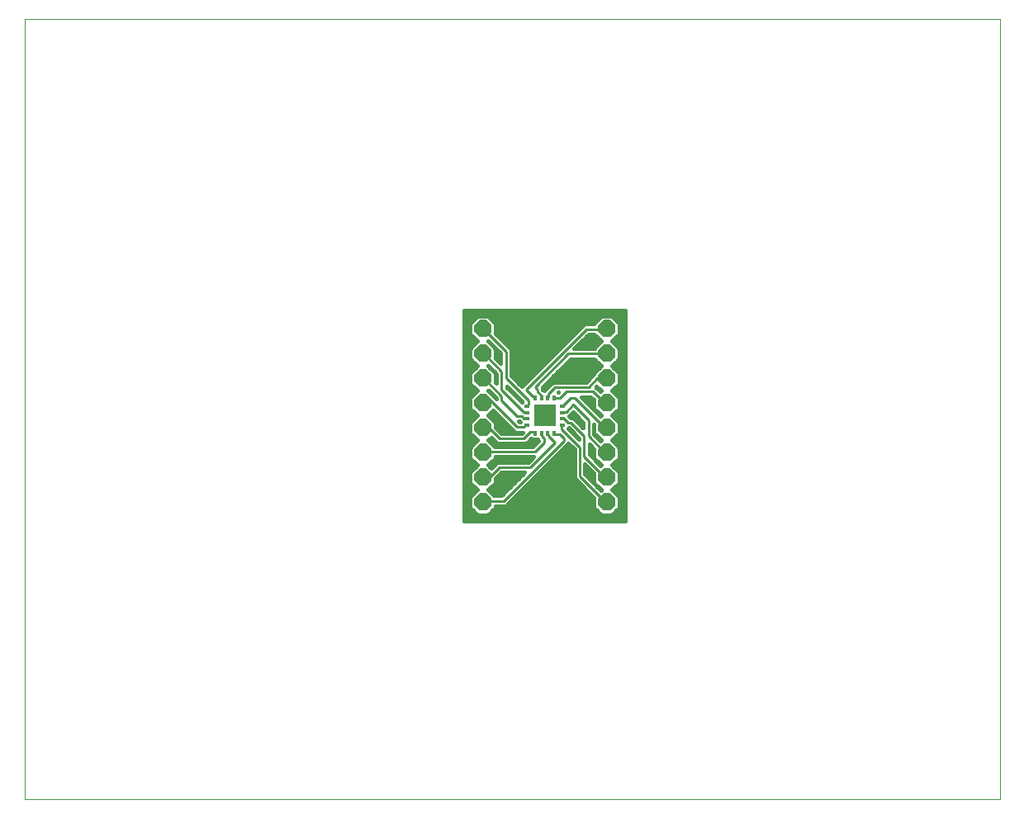
<source format=gtl>
G75*
%MOIN*%
%OFA0B0*%
%FSLAX25Y25*%
%IPPOS*%
%LPD*%
%AMOC8*
5,1,8,0,0,1.08239X$1,22.5*
%
%ADD10C,0.00000*%
%ADD11OC8,0.07000*%
%ADD12R,0.01969X0.01181*%
%ADD13R,0.08858X0.08858*%
%ADD14R,0.01181X0.01969*%
%ADD15C,0.01000*%
%ADD16C,0.01600*%
D10*
X0001000Y0001000D02*
X0001000Y0315961D01*
X0394701Y0315961D01*
X0394701Y0001000D01*
X0001000Y0001000D01*
D11*
X0186000Y0121000D03*
X0186000Y0131000D03*
X0186000Y0141000D03*
X0186000Y0151000D03*
X0186000Y0161000D03*
X0186000Y0171000D03*
X0186000Y0181000D03*
X0186000Y0191000D03*
X0236000Y0191000D03*
X0236000Y0181000D03*
X0236000Y0171000D03*
X0236000Y0161000D03*
X0236000Y0151000D03*
X0236000Y0141000D03*
X0236000Y0131000D03*
X0236000Y0121000D03*
D12*
X0218087Y0152161D03*
X0218087Y0154720D03*
X0218087Y0157280D03*
X0218087Y0159839D03*
X0203913Y0159839D03*
X0203913Y0157280D03*
X0203913Y0154720D03*
X0203913Y0152161D03*
D13*
X0211000Y0156000D03*
D14*
X0209720Y0163087D03*
X0207161Y0163087D03*
X0212280Y0163087D03*
X0214839Y0163087D03*
X0214839Y0148913D03*
X0212280Y0148913D03*
X0209720Y0148913D03*
X0207161Y0148913D03*
D15*
X0207100Y0149500D01*
X0205300Y0149500D01*
X0202600Y0146800D01*
X0192700Y0146800D01*
X0189100Y0150400D01*
X0186400Y0150400D01*
X0186000Y0151000D01*
X0186400Y0141400D02*
X0186000Y0141000D01*
X0186400Y0141400D02*
X0207100Y0141400D01*
X0210700Y0145000D01*
X0210700Y0146800D01*
X0209800Y0147700D01*
X0209800Y0148600D01*
X0209720Y0148913D01*
X0212280Y0148913D02*
X0212500Y0148600D01*
X0212500Y0147700D01*
X0215200Y0145000D01*
X0205300Y0135100D01*
X0192700Y0135100D01*
X0189100Y0131500D01*
X0186400Y0131500D01*
X0186000Y0131000D01*
X0186400Y0121600D02*
X0186000Y0121000D01*
X0186400Y0121600D02*
X0194500Y0121600D01*
X0218800Y0145900D01*
X0218800Y0146800D01*
X0217000Y0148600D01*
X0215200Y0148600D01*
X0214839Y0148913D01*
X0217900Y0150400D02*
X0225100Y0143200D01*
X0225100Y0131500D01*
X0235900Y0120700D01*
X0236000Y0121000D01*
X0235900Y0130600D02*
X0236000Y0131000D01*
X0235900Y0130600D02*
X0226900Y0139600D01*
X0226900Y0147700D01*
X0221500Y0153100D01*
X0220600Y0153100D01*
X0218800Y0154900D01*
X0218087Y0154720D01*
X0217900Y0152200D02*
X0218087Y0152161D01*
X0217900Y0152200D02*
X0217900Y0150400D01*
X0218087Y0157280D02*
X0218800Y0157600D01*
X0219700Y0157600D01*
X0222400Y0160300D01*
X0228700Y0154000D01*
X0228700Y0147700D01*
X0235900Y0140500D01*
X0236000Y0141000D01*
X0235900Y0150400D02*
X0236000Y0151000D01*
X0235900Y0150400D02*
X0223300Y0163000D01*
X0221500Y0163000D01*
X0218800Y0160300D01*
X0218087Y0159839D01*
X0217000Y0163000D02*
X0219700Y0165700D01*
X0230500Y0165700D01*
X0235900Y0160300D01*
X0236000Y0161000D01*
X0228700Y0167500D02*
X0232300Y0171100D01*
X0235900Y0171100D01*
X0236000Y0171000D01*
X0228700Y0167500D02*
X0215200Y0167500D01*
X0212500Y0164800D01*
X0212500Y0163900D01*
X0212280Y0163087D01*
X0214839Y0163087D02*
X0215200Y0163000D01*
X0217000Y0163000D01*
X0209800Y0163900D02*
X0209720Y0163087D01*
X0209800Y0163900D02*
X0208000Y0165700D01*
X0208000Y0166600D01*
X0207100Y0167500D01*
X0220600Y0181000D01*
X0236000Y0181000D01*
X0235900Y0190900D02*
X0227800Y0190900D01*
X0203500Y0166600D01*
X0206200Y0163900D01*
X0207100Y0163900D01*
X0207161Y0163087D01*
X0204400Y0162100D02*
X0204400Y0160300D01*
X0203913Y0159839D01*
X0203500Y0157600D02*
X0203913Y0157280D01*
X0203500Y0157600D02*
X0202600Y0157600D01*
X0193600Y0166600D01*
X0193600Y0173800D01*
X0186400Y0181000D01*
X0186000Y0181000D01*
X0195400Y0181900D02*
X0186400Y0190900D01*
X0186000Y0191000D01*
X0195400Y0181900D02*
X0195400Y0171100D01*
X0204400Y0162100D01*
X0201700Y0155800D02*
X0199900Y0155800D01*
X0193600Y0162100D01*
X0193600Y0163900D01*
X0186400Y0171100D01*
X0186000Y0171000D01*
X0187300Y0162100D02*
X0186400Y0161200D01*
X0186000Y0161000D01*
X0187300Y0162100D02*
X0189100Y0162100D01*
X0199900Y0151300D01*
X0202600Y0151300D01*
X0203500Y0152200D01*
X0203913Y0152161D01*
X0203913Y0154720D02*
X0203500Y0154900D01*
X0202600Y0154900D01*
X0201700Y0155800D01*
X0235900Y0190900D02*
X0236000Y0191000D01*
D16*
X0241100Y0191223D02*
X0243500Y0191223D01*
X0243500Y0192821D02*
X0241100Y0192821D01*
X0241100Y0193112D02*
X0238112Y0196100D01*
X0233888Y0196100D01*
X0230900Y0193112D01*
X0230900Y0193000D01*
X0226930Y0193000D01*
X0225700Y0191770D01*
X0201700Y0167770D01*
X0197500Y0171970D01*
X0197500Y0182770D01*
X0191100Y0189170D01*
X0191100Y0193112D01*
X0188112Y0196100D01*
X0183888Y0196100D01*
X0180900Y0193112D01*
X0180900Y0188888D01*
X0183788Y0186000D01*
X0180900Y0183112D01*
X0180900Y0178888D01*
X0183788Y0176000D01*
X0180900Y0173112D01*
X0180900Y0168888D01*
X0183788Y0166000D01*
X0180900Y0163112D01*
X0180900Y0158888D01*
X0183788Y0156000D01*
X0180900Y0153112D01*
X0180900Y0148888D01*
X0183788Y0146000D01*
X0180900Y0143112D01*
X0180900Y0138888D01*
X0183788Y0136000D01*
X0180900Y0133112D01*
X0180900Y0128888D01*
X0183788Y0126000D01*
X0180900Y0123112D01*
X0180900Y0118888D01*
X0183888Y0115900D01*
X0188112Y0115900D01*
X0191100Y0118888D01*
X0191100Y0119500D01*
X0195370Y0119500D01*
X0196600Y0120730D01*
X0220600Y0144730D01*
X0223000Y0142330D01*
X0223000Y0130630D01*
X0230900Y0122730D01*
X0230900Y0118888D01*
X0233888Y0115900D01*
X0238112Y0115900D01*
X0241100Y0118888D01*
X0241100Y0123112D01*
X0238212Y0126000D01*
X0241100Y0128888D01*
X0241100Y0133112D01*
X0238212Y0136000D01*
X0241100Y0138888D01*
X0241100Y0143112D01*
X0238212Y0146000D01*
X0241100Y0148888D01*
X0241100Y0153112D01*
X0238212Y0156000D01*
X0241100Y0158888D01*
X0241100Y0163112D01*
X0238212Y0166000D01*
X0241100Y0168888D01*
X0241100Y0173112D01*
X0238212Y0176000D01*
X0241100Y0178888D01*
X0241100Y0183112D01*
X0238212Y0186000D01*
X0241100Y0188888D01*
X0241100Y0193112D01*
X0239793Y0194420D02*
X0243500Y0194420D01*
X0243500Y0196018D02*
X0238194Y0196018D01*
X0233806Y0196018D02*
X0188194Y0196018D01*
X0189793Y0194420D02*
X0232207Y0194420D01*
X0226752Y0192821D02*
X0191100Y0192821D01*
X0191100Y0191223D02*
X0225153Y0191223D01*
X0223554Y0189624D02*
X0191100Y0189624D01*
X0192244Y0188026D02*
X0221956Y0188026D01*
X0220357Y0186427D02*
X0193843Y0186427D01*
X0195441Y0184829D02*
X0218759Y0184829D01*
X0217160Y0183230D02*
X0197040Y0183230D01*
X0197500Y0181632D02*
X0215562Y0181632D01*
X0213963Y0180033D02*
X0197500Y0180033D01*
X0197500Y0178435D02*
X0212365Y0178435D01*
X0210766Y0176836D02*
X0197500Y0176836D01*
X0197500Y0175238D02*
X0209168Y0175238D01*
X0207569Y0173639D02*
X0197500Y0173639D01*
X0197500Y0172041D02*
X0205971Y0172041D01*
X0204372Y0170442D02*
X0199028Y0170442D01*
X0200626Y0168844D02*
X0202774Y0168844D01*
X0197883Y0165647D02*
X0197523Y0165647D01*
X0196285Y0167245D02*
X0195925Y0167245D01*
X0195700Y0167470D02*
X0195700Y0167830D01*
X0201884Y0161646D01*
X0201704Y0161466D01*
X0195700Y0167470D01*
X0191500Y0168970D02*
X0191100Y0169370D01*
X0191100Y0173112D01*
X0188212Y0176000D01*
X0188321Y0176109D01*
X0191500Y0172930D01*
X0191500Y0168970D01*
X0191500Y0170442D02*
X0191100Y0170442D01*
X0191100Y0172041D02*
X0191500Y0172041D01*
X0190791Y0173639D02*
X0190573Y0173639D01*
X0189192Y0175238D02*
X0188975Y0175238D01*
X0191935Y0178435D02*
X0193300Y0178435D01*
X0193300Y0177070D02*
X0191100Y0179270D01*
X0191100Y0183112D01*
X0188212Y0186000D01*
X0188271Y0186059D01*
X0193300Y0181030D01*
X0193300Y0177070D01*
X0193300Y0180033D02*
X0191100Y0180033D01*
X0191100Y0181632D02*
X0192698Y0181632D01*
X0191100Y0183230D02*
X0190982Y0183230D01*
X0189501Y0184829D02*
X0189384Y0184829D01*
X0183360Y0186427D02*
X0178500Y0186427D01*
X0178500Y0184829D02*
X0182616Y0184829D01*
X0181018Y0183230D02*
X0178500Y0183230D01*
X0178500Y0181632D02*
X0180900Y0181632D01*
X0180900Y0180033D02*
X0178500Y0180033D01*
X0178500Y0178435D02*
X0181353Y0178435D01*
X0182951Y0176836D02*
X0178500Y0176836D01*
X0178500Y0175238D02*
X0183025Y0175238D01*
X0181427Y0173639D02*
X0178500Y0173639D01*
X0178500Y0172041D02*
X0180900Y0172041D01*
X0180900Y0170442D02*
X0178500Y0170442D01*
X0178500Y0168844D02*
X0180944Y0168844D01*
X0182542Y0167245D02*
X0178500Y0167245D01*
X0178500Y0165647D02*
X0183434Y0165647D01*
X0181836Y0164048D02*
X0178500Y0164048D01*
X0178500Y0162450D02*
X0180900Y0162450D01*
X0180900Y0160851D02*
X0178500Y0160851D01*
X0178500Y0159253D02*
X0180900Y0159253D01*
X0182133Y0157654D02*
X0178500Y0157654D01*
X0178500Y0156056D02*
X0183732Y0156056D01*
X0182245Y0154457D02*
X0178500Y0154457D01*
X0178500Y0152859D02*
X0180900Y0152859D01*
X0180900Y0151260D02*
X0178500Y0151260D01*
X0178500Y0149662D02*
X0180900Y0149662D01*
X0181724Y0148063D02*
X0178500Y0148063D01*
X0178500Y0146465D02*
X0183323Y0146465D01*
X0182654Y0144866D02*
X0178500Y0144866D01*
X0178500Y0143268D02*
X0181055Y0143268D01*
X0180900Y0141669D02*
X0178500Y0141669D01*
X0178500Y0140070D02*
X0180900Y0140070D01*
X0181316Y0138472D02*
X0178500Y0138472D01*
X0178500Y0136873D02*
X0182914Y0136873D01*
X0183062Y0135275D02*
X0178500Y0135275D01*
X0178500Y0133676D02*
X0181464Y0133676D01*
X0180900Y0132078D02*
X0178500Y0132078D01*
X0178500Y0130479D02*
X0180900Y0130479D01*
X0180907Y0128881D02*
X0178500Y0128881D01*
X0178500Y0127282D02*
X0182505Y0127282D01*
X0183471Y0125684D02*
X0178500Y0125684D01*
X0178500Y0124085D02*
X0181873Y0124085D01*
X0180900Y0122487D02*
X0178500Y0122487D01*
X0178500Y0120888D02*
X0180900Y0120888D01*
X0180900Y0119290D02*
X0178500Y0119290D01*
X0178500Y0117691D02*
X0182096Y0117691D01*
X0183695Y0116093D02*
X0178500Y0116093D01*
X0178500Y0114494D02*
X0243500Y0114494D01*
X0243500Y0113500D02*
X0178500Y0113500D01*
X0178500Y0198500D01*
X0243500Y0198500D01*
X0243500Y0113500D01*
X0243500Y0116093D02*
X0238305Y0116093D01*
X0239904Y0117691D02*
X0243500Y0117691D01*
X0243500Y0119290D02*
X0241100Y0119290D01*
X0241100Y0120888D02*
X0243500Y0120888D01*
X0243500Y0122487D02*
X0241100Y0122487D01*
X0240127Y0124085D02*
X0243500Y0124085D01*
X0243500Y0125684D02*
X0238529Y0125684D01*
X0239495Y0127282D02*
X0243500Y0127282D01*
X0243500Y0128881D02*
X0241093Y0128881D01*
X0241100Y0130479D02*
X0243500Y0130479D01*
X0243500Y0132078D02*
X0241100Y0132078D01*
X0240536Y0133676D02*
X0243500Y0133676D01*
X0243500Y0135275D02*
X0238938Y0135275D01*
X0239086Y0136873D02*
X0243500Y0136873D01*
X0243500Y0138472D02*
X0240684Y0138472D01*
X0241100Y0140070D02*
X0243500Y0140070D01*
X0243500Y0141669D02*
X0241100Y0141669D01*
X0240945Y0143268D02*
X0243500Y0143268D01*
X0243500Y0144866D02*
X0239346Y0144866D01*
X0238677Y0146465D02*
X0243500Y0146465D01*
X0243500Y0148063D02*
X0240276Y0148063D01*
X0241100Y0149662D02*
X0243500Y0149662D01*
X0243500Y0151260D02*
X0241100Y0151260D01*
X0241100Y0152859D02*
X0243500Y0152859D01*
X0243500Y0154457D02*
X0239755Y0154457D01*
X0238268Y0156056D02*
X0243500Y0156056D01*
X0243500Y0157654D02*
X0239867Y0157654D01*
X0241100Y0159253D02*
X0243500Y0159253D01*
X0243500Y0160851D02*
X0241100Y0160851D01*
X0241100Y0162450D02*
X0243500Y0162450D01*
X0243500Y0164048D02*
X0240164Y0164048D01*
X0238566Y0165647D02*
X0243500Y0165647D01*
X0243500Y0167245D02*
X0239458Y0167245D01*
X0241056Y0168844D02*
X0243500Y0168844D01*
X0243500Y0170442D02*
X0241100Y0170442D01*
X0241100Y0172041D02*
X0243500Y0172041D01*
X0243500Y0173639D02*
X0240573Y0173639D01*
X0238975Y0175238D02*
X0243500Y0175238D01*
X0243500Y0176836D02*
X0239049Y0176836D01*
X0240647Y0178435D02*
X0243500Y0178435D01*
X0243500Y0180033D02*
X0241100Y0180033D01*
X0241100Y0181632D02*
X0243500Y0181632D01*
X0243500Y0183230D02*
X0240982Y0183230D01*
X0239384Y0184829D02*
X0243500Y0184829D01*
X0243500Y0186427D02*
X0238640Y0186427D01*
X0240238Y0188026D02*
X0243500Y0188026D01*
X0243500Y0189624D02*
X0241100Y0189624D01*
X0233788Y0186000D02*
X0230988Y0188800D01*
X0228670Y0188800D01*
X0222970Y0183100D01*
X0230900Y0183100D01*
X0230900Y0183112D01*
X0233788Y0186000D01*
X0233360Y0186427D02*
X0226297Y0186427D01*
X0224699Y0184829D02*
X0232616Y0184829D01*
X0231018Y0183230D02*
X0223100Y0183230D01*
X0221470Y0178900D02*
X0230900Y0178900D01*
X0230900Y0178888D01*
X0233788Y0176000D01*
X0230900Y0173112D01*
X0230900Y0172670D01*
X0230200Y0171970D01*
X0227830Y0169600D01*
X0214330Y0169600D01*
X0213100Y0168370D01*
X0210700Y0165970D01*
X0210100Y0166570D01*
X0210100Y0167470D01*
X0210070Y0167500D01*
X0221470Y0178900D01*
X0221005Y0178435D02*
X0231353Y0178435D01*
X0232951Y0176836D02*
X0219406Y0176836D01*
X0217808Y0175238D02*
X0233025Y0175238D01*
X0231427Y0173639D02*
X0216209Y0173639D01*
X0214611Y0172041D02*
X0230271Y0172041D01*
X0228672Y0170442D02*
X0213012Y0170442D01*
X0213574Y0168844D02*
X0211414Y0168844D01*
X0211975Y0167245D02*
X0210100Y0167245D01*
X0216363Y0165400D02*
X0216430Y0165400D01*
X0216396Y0165366D01*
X0216363Y0165400D01*
X0225670Y0163600D02*
X0229630Y0163600D01*
X0230900Y0162330D01*
X0230900Y0158888D01*
X0233788Y0156000D01*
X0233529Y0155741D01*
X0225670Y0163600D01*
X0226820Y0162450D02*
X0230780Y0162450D01*
X0230900Y0160851D02*
X0228419Y0160851D01*
X0230017Y0159253D02*
X0230900Y0159253D01*
X0231616Y0157654D02*
X0232133Y0157654D01*
X0233214Y0156056D02*
X0233732Y0156056D01*
X0230800Y0152530D02*
X0230900Y0152430D01*
X0230900Y0148888D01*
X0233788Y0146000D01*
X0233579Y0145791D01*
X0230800Y0148570D01*
X0230800Y0152530D01*
X0230800Y0151260D02*
X0230900Y0151260D01*
X0230900Y0149662D02*
X0230800Y0149662D01*
X0231307Y0148063D02*
X0231724Y0148063D01*
X0232905Y0146465D02*
X0233323Y0146465D01*
X0230163Y0143268D02*
X0229000Y0143268D01*
X0229000Y0144430D02*
X0230900Y0142530D01*
X0230900Y0138888D01*
X0233788Y0136000D01*
X0233629Y0135841D01*
X0229000Y0140470D01*
X0229000Y0144430D01*
X0229000Y0141669D02*
X0230900Y0141669D01*
X0230900Y0140070D02*
X0229399Y0140070D01*
X0230998Y0138472D02*
X0231316Y0138472D01*
X0232596Y0136873D02*
X0232914Y0136873D01*
X0229854Y0133676D02*
X0227200Y0133676D01*
X0227200Y0132370D02*
X0227200Y0136330D01*
X0230900Y0132630D01*
X0230900Y0128888D01*
X0233788Y0126000D01*
X0233679Y0125891D01*
X0227200Y0132370D01*
X0227492Y0132078D02*
X0230900Y0132078D01*
X0230900Y0130479D02*
X0229090Y0130479D01*
X0230689Y0128881D02*
X0230907Y0128881D01*
X0232287Y0127282D02*
X0232505Y0127282D01*
X0229545Y0124085D02*
X0199955Y0124085D01*
X0198357Y0122487D02*
X0230900Y0122487D01*
X0230900Y0120888D02*
X0196758Y0120888D01*
X0193630Y0123700D02*
X0190512Y0123700D01*
X0188212Y0126000D01*
X0191100Y0128888D01*
X0191100Y0130530D01*
X0191200Y0130630D01*
X0193570Y0133000D01*
X0202930Y0133000D01*
X0193630Y0123700D01*
X0194016Y0124085D02*
X0190127Y0124085D01*
X0188529Y0125684D02*
X0195614Y0125684D01*
X0197213Y0127282D02*
X0189495Y0127282D01*
X0191093Y0128881D02*
X0198811Y0128881D01*
X0200410Y0130479D02*
X0191100Y0130479D01*
X0192648Y0132078D02*
X0202008Y0132078D01*
X0204751Y0128881D02*
X0224749Y0128881D01*
X0223151Y0130479D02*
X0206349Y0130479D01*
X0207948Y0132078D02*
X0223000Y0132078D01*
X0223000Y0133676D02*
X0209546Y0133676D01*
X0211145Y0135275D02*
X0223000Y0135275D01*
X0223000Y0136873D02*
X0212743Y0136873D01*
X0214342Y0138472D02*
X0223000Y0138472D01*
X0223000Y0140070D02*
X0215940Y0140070D01*
X0217539Y0141669D02*
X0223000Y0141669D01*
X0222063Y0143268D02*
X0219137Y0143268D01*
X0223207Y0148063D02*
X0223567Y0148063D01*
X0224800Y0146830D02*
X0224800Y0146470D01*
X0220516Y0150754D01*
X0220671Y0150908D01*
X0220671Y0150959D01*
X0224800Y0146830D01*
X0221969Y0149662D02*
X0221608Y0149662D01*
X0224711Y0152859D02*
X0226600Y0152859D01*
X0226600Y0153130D02*
X0226600Y0150970D01*
X0222370Y0155200D01*
X0221470Y0155200D01*
X0220870Y0155800D01*
X0222400Y0157330D01*
X0226600Y0153130D01*
X0226600Y0151260D02*
X0226310Y0151260D01*
X0225273Y0154457D02*
X0223113Y0154457D01*
X0223675Y0156056D02*
X0221125Y0156056D01*
X0231925Y0167245D02*
X0232542Y0167245D01*
X0231979Y0167809D02*
X0233788Y0166000D01*
X0233479Y0165691D01*
X0231670Y0167500D01*
X0231979Y0167809D01*
X0208600Y0145930D02*
X0208600Y0145870D01*
X0206230Y0143500D01*
X0190712Y0143500D01*
X0188212Y0146000D01*
X0189371Y0147159D01*
X0191830Y0144700D01*
X0203470Y0144700D01*
X0204700Y0145930D01*
X0205504Y0146734D01*
X0205908Y0146329D01*
X0208201Y0146329D01*
X0208600Y0145930D01*
X0207596Y0144866D02*
X0203636Y0144866D01*
X0205234Y0146465D02*
X0205773Y0146465D01*
X0202030Y0149200D02*
X0201730Y0148900D01*
X0193570Y0148900D01*
X0191200Y0151270D01*
X0191100Y0151370D01*
X0191100Y0153112D01*
X0188212Y0156000D01*
X0190221Y0158009D01*
X0199030Y0149200D01*
X0202030Y0149200D01*
X0198569Y0149662D02*
X0192808Y0149662D01*
X0191210Y0151260D02*
X0196970Y0151260D01*
X0195372Y0152859D02*
X0191100Y0152859D01*
X0189755Y0154457D02*
X0193773Y0154457D01*
X0192175Y0156056D02*
X0188268Y0156056D01*
X0189867Y0157654D02*
X0190576Y0157654D01*
X0191500Y0162670D02*
X0191200Y0162970D01*
X0191100Y0163070D01*
X0191100Y0163112D01*
X0188212Y0166000D01*
X0188371Y0166159D01*
X0191500Y0163030D01*
X0191500Y0162670D01*
X0190482Y0164048D02*
X0190164Y0164048D01*
X0188883Y0165647D02*
X0188566Y0165647D01*
X0199122Y0164048D02*
X0199482Y0164048D01*
X0200720Y0162450D02*
X0201081Y0162450D01*
X0200830Y0153700D02*
X0201130Y0153400D01*
X0200770Y0153400D01*
X0200470Y0153700D01*
X0200770Y0153700D01*
X0200830Y0153700D01*
X0190066Y0146465D02*
X0188677Y0146465D01*
X0189346Y0144866D02*
X0191664Y0144866D01*
X0191100Y0139300D02*
X0206530Y0139300D01*
X0204430Y0137200D01*
X0191830Y0137200D01*
X0189421Y0134791D01*
X0188212Y0136000D01*
X0191100Y0138888D01*
X0191100Y0139300D01*
X0190684Y0138472D02*
X0205702Y0138472D01*
X0203152Y0127282D02*
X0226348Y0127282D01*
X0227946Y0125684D02*
X0201554Y0125684D01*
X0191100Y0119290D02*
X0230900Y0119290D01*
X0232096Y0117691D02*
X0189904Y0117691D01*
X0188305Y0116093D02*
X0233695Y0116093D01*
X0228255Y0135275D02*
X0227200Y0135275D01*
X0191504Y0136873D02*
X0189086Y0136873D01*
X0188937Y0135275D02*
X0189905Y0135275D01*
X0181762Y0188026D02*
X0178500Y0188026D01*
X0178500Y0189624D02*
X0180900Y0189624D01*
X0180900Y0191223D02*
X0178500Y0191223D01*
X0178500Y0192821D02*
X0180900Y0192821D01*
X0182207Y0194420D02*
X0178500Y0194420D01*
X0178500Y0196018D02*
X0183806Y0196018D01*
X0178500Y0197617D02*
X0243500Y0197617D01*
X0231762Y0188026D02*
X0227896Y0188026D01*
M02*

</source>
